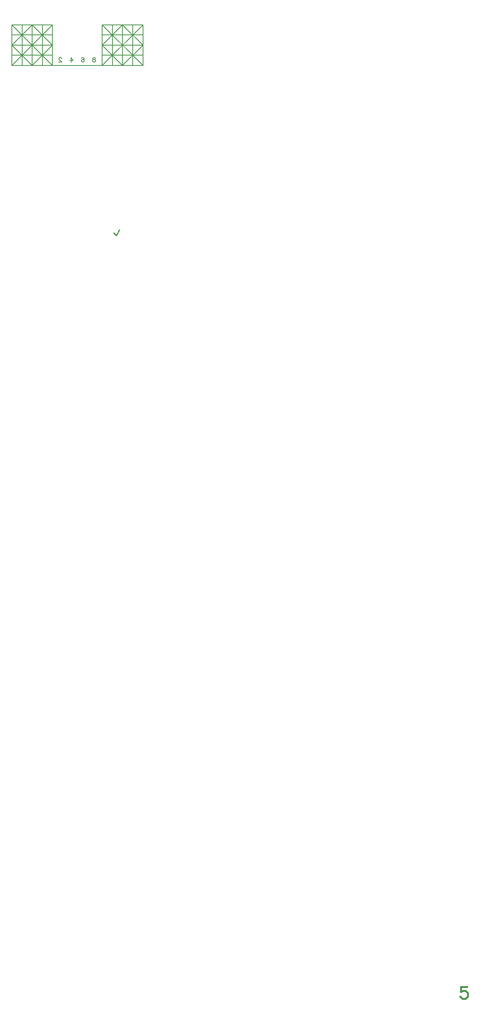
<source format=gbo>
G04*
G04  File:            CL_INTERFACE_8PIN_ADAPTER_(PCAD2006).GBO, Thu Oct 24 18:45:35 2019*
G04  Source:          P-CAD 2006 PCB, Version 19.02.958, (D:\retrocomputing\CL-interface\git\usb-current-loop-converter\pcb\cl_interface_8pin_adapter_(pcad2006).pcb)*
G04  Format:          Gerber Format (RS-274-D), ASCII*
G04*
G04  Format Options:  Absolute Positioning*
G04                   Leading-Zero Suppression*
G04                   Scale Factor 1:1*
G04                   NO Circular Interpolation*
G04                   Millimeter Units*
G04                   Numeric Format: 5.3 (XXXXX.XXX)*
G04                   G54 NOT Used for Aperture Change*
G04                   Apertures Embedded*
G04*
G04  File Options:    Offset = (0.000mm,0.000mm)*
G04                   Drill Symbol Size = 2.032mm*
G04                   No Pad/Via Holes*
G04*
G04  File Contents:   No Pads*
G04                   No Vias*
G04                   No Designators*
G04                   No Types*
G04                   No Values*
G04                   No Drill Symbols*
G04                   Bot Silk*
G04*
%INCL_INTERFACE_8PIN_ADAPTER_(PCAD2006).GBO*%
%ICAS*%
%MOMM*%
G04*
G04  Aperture MACROs for general use --- invoked via D-code assignment *
G04*
G04  General MACRO for flashed round with rotation and/or offset hole *
%AMROTOFFROUND*
1,1,$1,0.0000,0.0000*
1,0,$2,$3,$4*%
G04*
G04  General MACRO for flashed oval (obround) with rotation and/or offset hole *
%AMROTOFFOVAL*
21,1,$1,$2,0.0000,0.0000,$3*
1,1,$4,$5,$6*
1,1,$4,0-$5,0-$6*
1,0,$7,$8,$9*%
G04*
G04  General MACRO for flashed oval (obround) with rotation and no hole *
%AMROTOVALNOHOLE*
21,1,$1,$2,0.0000,0.0000,$3*
1,1,$4,$5,$6*
1,1,$4,0-$5,0-$6*%
G04*
G04  General MACRO for flashed rectangle with rotation and/or offset hole *
%AMROTOFFRECT*
21,1,$1,$2,0.0000,0.0000,$3*
1,0,$4,$5,$6*%
G04*
G04  General MACRO for flashed rectangle with rotation and no hole *
%AMROTRECTNOHOLE*
21,1,$1,$2,0.0000,0.0000,$3*%
G04*
G04  General MACRO for flashed rounded-rectangle *
%AMROUNDRECT*
21,1,$1,$2-$4,0.0000,0.0000,$3*
21,1,$1-$4,$2,0.0000,0.0000,$3*
1,1,$4,$5,$6*
1,1,$4,$7,$8*
1,1,$4,0-$5,0-$6*
1,1,$4,0-$7,0-$8*
1,0,$9,$10,$11*%
G04*
G04  General MACRO for flashed rounded-rectangle with rotation and no hole *
%AMROUNDRECTNOHOLE*
21,1,$1,$2-$4,0.0000,0.0000,$3*
21,1,$1-$4,$2,0.0000,0.0000,$3*
1,1,$4,$5,$6*
1,1,$4,$7,$8*
1,1,$4,0-$5,0-$6*
1,1,$4,0-$7,0-$8*%
G04*
G04  General MACRO for flashed regular polygon *
%AMREGPOLY*
5,1,$1,0.0000,0.0000,$2,$3+$4*
1,0,$5,$6,$7*%
G04*
G04  General MACRO for flashed regular polygon with no hole *
%AMREGPOLYNOHOLE*
5,1,$1,0.0000,0.0000,$2,$3+$4*%
G04*
G04  General MACRO for target *
%AMTARGET*
6,0,0,$1,$2,$3,4,$4,$5,$6*%
G04*
G04  General MACRO for mounting hole *
%AMMTHOLE*
1,1,$1,0,0*
1,0,$2,0,0*
$1=$1-$2*
$1=$1/2*
21,1,$2+$1,$3,0,0,$4*
21,1,$3,$2+$1,0,0,$4*%
G04*
G04*
G04  D10 : "Ellipse X0.254mm Y0.254mm H0.000mm 0.0deg (0.000mm,0.000mm) Draw"*
G04  Disc: OuterDia=0.2540*
%ADD10C, 0.2540*%
G04  D11 : "Ellipse X0.300mm Y0.300mm H0.000mm 0.0deg (0.000mm,0.000mm) Draw"*
G04  Disc: OuterDia=0.3000*
%ADD11C, 0.3000*%
G04  D12 : "Ellipse X0.400mm Y0.400mm H0.000mm 0.0deg (0.000mm,0.000mm) Draw"*
G04  Disc: OuterDia=0.4000*
%ADD12C, 0.4000*%
G04  D13 : "Ellipse X0.500mm Y0.500mm H0.000mm 0.0deg (0.000mm,0.000mm) Draw"*
G04  Disc: OuterDia=0.5000*
%ADD13C, 0.5000*%
G04  D14 : "Ellipse X0.050mm Y0.050mm H0.000mm 0.0deg (0.000mm,0.000mm) Draw"*
G04  Disc: OuterDia=0.0500*
%ADD14C, 0.0500*%
G04  D15 : "Ellipse X0.100mm Y0.100mm H0.000mm 0.0deg (0.000mm,0.000mm) Draw"*
G04  Disc: OuterDia=0.1000*
%ADD15C, 0.1000*%
G04  D16 : "Ellipse X0.800mm Y0.800mm H0.000mm 0.0deg (0.000mm,0.000mm) Draw"*
G04  Disc: OuterDia=0.8000*
%ADD16C, 0.8000*%
G04  D17 : "Ellipse X1.000mm Y1.000mm H0.000mm 0.0deg (0.000mm,0.000mm) Draw"*
G04  Disc: OuterDia=1.0000*
%ADD17C, 1.0000*%
G04  D18 : "Ellipse X0.130mm Y0.130mm H0.000mm 0.0deg (0.000mm,0.000mm) Draw"*
G04  Disc: OuterDia=0.1300*
%ADD18C, 0.1300*%
G04  D19 : "Ellipse X0.167mm Y0.167mm H0.000mm 0.0deg (0.000mm,0.000mm) Draw"*
G04  Disc: OuterDia=0.1670*
%ADD19C, 0.1670*%
G04  D20 : "Ellipse X0.170mm Y0.170mm H0.000mm 0.0deg (0.000mm,0.000mm) Draw"*
G04  Disc: OuterDia=0.1700*
%ADD20C, 0.1700*%
G04  D21 : "Ellipse X0.200mm Y0.200mm H0.000mm 0.0deg (0.000mm,0.000mm) Draw"*
G04  Disc: OuterDia=0.2000*
%ADD21C, 0.2000*%
G04  D22 : "Ellipse X0.250mm Y0.250mm H0.000mm 0.0deg (0.000mm,0.000mm) Draw"*
G04  Disc: OuterDia=0.2500*
%ADD22C, 0.2500*%
G04  D23 : "Ellipse X2.881mm Y2.881mm H0.000mm 0.0deg (0.000mm,0.000mm) Flash"*
G04  Disc: OuterDia=2.8810*
%ADD23C, 2.8810*%
G04  D24 : "Ellipse X0.800mm Y0.800mm H0.000mm 0.0deg (0.000mm,0.000mm) Flash"*
G04  Disc: OuterDia=0.8000*
%ADD24C, 0.8000*%
G04  D25 : "Ellipse X1.000mm Y1.000mm H0.000mm 0.0deg (0.000mm,0.000mm) Flash"*
G04  Disc: OuterDia=1.0000*
%ADD25C, 1.0000*%
G04  D26 : "Ellipse X1.500mm Y1.500mm H0.000mm 0.0deg (0.000mm,0.000mm) Flash"*
G04  Disc: OuterDia=1.5000*
%ADD26C, 1.5000*%
G04  D27 : "Ellipse X1.800mm Y1.800mm H0.000mm 0.0deg (0.000mm,0.000mm) Flash"*
G04  Disc: OuterDia=1.8000*
%ADD27C, 1.8000*%
G04  D28 : "Ellipse X1.881mm Y1.881mm H0.000mm 0.0deg (0.000mm,0.000mm) Flash"*
G04  Disc: OuterDia=1.8810*
%ADD28C, 1.8810*%
G04  D29 : "Ellipse X2.181mm Y2.181mm H0.000mm 0.0deg (0.000mm,0.000mm) Flash"*
G04  Disc: OuterDia=2.1810*
%ADD29C, 2.1810*%
G04  D30 : "Mounting Hole X2.500mm Y2.500mm H0.000mm 0.0deg (0.000mm,0.000mm) Flash"*
G04  Mounting Hole: Diameter=2.5000, Rotation=0.0, LineWidth=0.1270 *
%ADD30MTHOLE, 2.5000 X1.9920 X0.1270 X0.0*%
G04  D31 : "Rounded Rectangle X1.500mm Y8.500mm H0.000mm 0.0deg (0.000mm,0.000mm) Flash"*
G04  RoundRct: DimX=1.5000, DimY=8.5000, CornerRad=0.3750, Rotation=0.0, OffsetX=0.0000, OffsetY=0.0000, HoleDia=0.0000 *
%ADD31ROUNDRECTNOHOLE, 1.5000 X8.5000 X0.0 X0.7500 X-0.3750 X-3.8750 X-0.3750 X3.8750*%
G04  D32 : "Rounded Rectangle X1.881mm Y8.881mm H0.000mm 0.0deg (0.000mm,0.000mm) Flash"*
G04  RoundRct: DimX=1.8810, DimY=8.8810, CornerRad=0.4703, Rotation=0.0, OffsetX=0.0000, OffsetY=0.0000, HoleDia=0.0000 *
%ADD32ROUNDRECTNOHOLE, 1.8810 X8.8810 X0.0 X0.9405 X-0.4703 X-3.9703 X-0.4703 X3.9703*%
G04  D33 : "Rounded Rectangle X1.500mm Y1.500mm H0.000mm 0.0deg (0.000mm,0.000mm) Flash"*
G04  RoundRct: DimX=1.5000, DimY=1.5000, CornerRad=0.3750, Rotation=0.0, OffsetX=0.0000, OffsetY=0.0000, HoleDia=0.0000 *
%ADD33ROUNDRECTNOHOLE, 1.5000 X1.5000 X0.0 X0.7500 X-0.3750 X-0.3750 X-0.3750 X0.3750*%
G04  D34 : "Rounded Rectangle X1.800mm Y1.800mm H0.000mm 0.0deg (0.000mm,0.000mm) Flash"*
G04  RoundRct: DimX=1.8000, DimY=1.8000, CornerRad=0.4500, Rotation=0.0, OffsetX=0.0000, OffsetY=0.0000, HoleDia=0.0000 *
%ADD34ROUNDRECTNOHOLE, 1.8000 X1.8000 X0.0 X0.9000 X-0.4500 X-0.4500 X-0.4500 X0.4500*%
G04  D35 : "Rounded Rectangle X1.881mm Y1.881mm H0.000mm 0.0deg (0.000mm,0.000mm) Flash"*
G04  RoundRct: DimX=1.8810, DimY=1.8810, CornerRad=0.4703, Rotation=0.0, OffsetX=0.0000, OffsetY=0.0000, HoleDia=0.0000 *
%ADD35ROUNDRECTNOHOLE, 1.8810 X1.8810 X0.0 X0.9405 X-0.4703 X-0.4703 X-0.4703 X0.4703*%
G04  D36 : "Rounded Rectangle X2.181mm Y2.181mm H0.000mm 0.0deg (0.000mm,0.000mm) Flash"*
G04  RoundRct: DimX=2.1810, DimY=2.1810, CornerRad=0.5453, Rotation=0.0, OffsetX=0.0000, OffsetY=0.0000, HoleDia=0.0000 *
%ADD36ROUNDRECTNOHOLE, 2.1810 X2.1810 X0.0 X1.0905 X-0.5453 X-0.5453 X-0.5453 X0.5453*%
G04  D37 : "Ellipse X0.500mm Y0.500mm H0.000mm 0.0deg (0.000mm,0.000mm) Flash"*
G04  Disc: OuterDia=0.5000*
%ADD37C, 0.5000*%
G04*
%FSLAX53Y53*%
%SFA1B1*%
%OFA0.000B0.000*%
G04*
G71*
G90*
G01*
D2*
%LNBot Silk*%
D21*
X100000Y218750*
X104500Y214250D1*
D2*
D18*
X113078Y214974*
Y216000D1*
X113567Y215316*
X112834*
X110995Y215808D2*
X110799Y216004D1*
X110602*
X110406Y215808*
Y215612*
X111044Y214975*
X110357*
X115381Y215861D2*
X115528Y216008D1*
X115725*
X115774*
X116020Y215762*
Y215172*
X115823Y214976*
X115577*
X115381Y215172*
Y215369*
X115577Y215566*
X115823*
X116020Y215369*
X118323Y215566D2*
X118077D1*
X117930Y215713*
Y215861*
X118077Y216008*
X118323*
X118471Y215861*
Y215713*
X118323Y215566*
X118520Y215369*
Y215172*
X118323Y214976*
X118077*
X117881Y215172*
Y215369*
X118077Y215566*
D2*
D22*
X123122Y176630*
X123757Y177900D1*
X122487Y177265D2*
X123122Y176630D1*
D2*
D21*
X124500Y214250*
X129000Y218750D1*
X100000D2*
X104500Y223250D1*
X124500D2*
X129000Y218750D1*
D2*
D12*
X200750Y10540*
X199375D1*
Y9415*
X199875Y9665*
X200375*
X200875Y9165*
Y8415*
X200375Y7915*
X199750*
X199250Y8415*
D2*
D21*
X100000Y214250*
Y223250D1*
X104500Y214250D2*
Y223250D1*
X102250Y214250D2*
Y223250D1*
X109000Y214250D2*
Y223250D1*
X120000Y214250D2*
Y223250D1*
X129000Y214250D2*
Y223250D1*
X126750Y214250D2*
Y223250D1*
X124500Y214250D2*
Y223250D1*
X122250Y214250D2*
Y223250D1*
X120000Y214250D2*
X100000D1*
X120000Y218750D2*
X124500Y214250D1*
X104500D2*
X109000Y218750D1*
X100000Y216500D2*
X109000D1*
X100000Y218750D2*
X109000D1*
X100000Y223250D2*
X109000D1*
X120000Y218750D2*
X124500Y223250D1*
X104500D2*
X109000Y218750D1*
X100000Y221000D2*
X109000D1*
X106750Y214250D2*
Y223250D1*
X100000D2*
X109000Y214250D1*
X100000D2*
X109000Y223250D1*
X129000Y214250D2*
X120000D1*
Y216500D2*
X129000D1*
X120000Y218750D2*
X129000D1*
X120000Y223250D2*
X129000D1*
X120000Y221000D2*
X129000D1*
X120000Y223250D2*
X129000Y214250D1*
X120000D2*
X129000Y223250D1*
D02M02*

</source>
